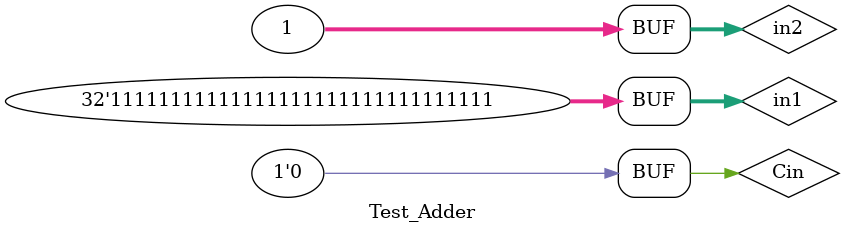
<source format=v>
module Test_Adder;
parameter N=32;

reg[N-1:0] in1, in2;
reg Cin;
wire[N-1:0] result;
wire Cout, Vout;

initial
begin
		in1=2; in2=3; Cin=0;
	#10 in1=1; in2=3;
	#10 in1=14; in2=1;
	#10 in1=15; in2=1;
	#10 in1=2147483647; in2=1;
	#10 in1=32'b11111111111111111111111111111111; in2=1;
end

initial
begin
$monitor($time, " num1=%d, num2=%d, sum=%b, cout=%d, V=%b", in1, in2, result, Cout, Vout);
end

NAdder #(N) add(in1, in2, Cin, result, Cout, Vout);
endmodule

</source>
